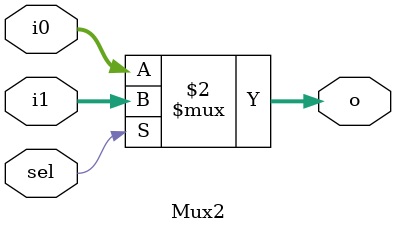
<source format=v>

`timescale 1ns / 1ps


module Mux2(sel, i0, i1, o);

	parameter data_width = 8;

	input sel;
	input[data_width - 1 : 0] i0;
	input[data_width - 1 : 0] i1;
	output[data_width - 1 : 0] o;

	assign o = sel == 0 ? i0 : i1;

endmodule
</source>
